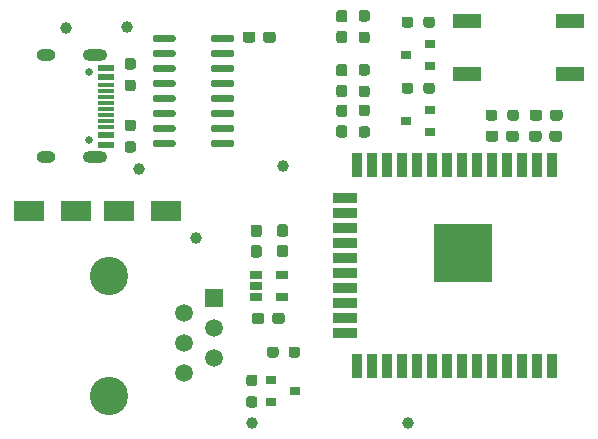
<source format=gts>
%TF.GenerationSoftware,KiCad,Pcbnew,5.1.10-88a1d61d58~90~ubuntu20.04.1*%
%TF.CreationDate,2021-11-06T19:29:54+01:00*%
%TF.ProjectId,e-meter-usb-c,652d6d65-7465-4722-9d75-73622d632e6b,rev?*%
%TF.SameCoordinates,Original*%
%TF.FileFunction,Soldermask,Top*%
%TF.FilePolarity,Negative*%
%FSLAX46Y46*%
G04 Gerber Fmt 4.6, Leading zero omitted, Abs format (unit mm)*
G04 Created by KiCad (PCBNEW 5.1.10-88a1d61d58~90~ubuntu20.04.1) date 2021-11-06 19:29:54*
%MOMM*%
%LPD*%
G01*
G04 APERTURE LIST*
%ADD10R,1.060000X0.650000*%
%ADD11R,0.900000X2.000000*%
%ADD12R,2.000000X0.900000*%
%ADD13R,5.000000X5.000000*%
%ADD14C,1.000000*%
%ADD15R,2.350000X1.300000*%
%ADD16R,0.900000X0.800000*%
%ADD17R,1.450000X0.600000*%
%ADD18R,1.450000X0.300000*%
%ADD19O,2.100000X1.000000*%
%ADD20C,0.650000*%
%ADD21O,1.600000X1.000000*%
%ADD22R,1.520000X1.520000*%
%ADD23C,3.250000*%
%ADD24C,1.520000*%
%ADD25R,2.500000X1.800000*%
G04 APERTURE END LIST*
%TO.C,R11*%
G36*
G01*
X137430500Y-36239000D02*
X137905500Y-36239000D01*
G75*
G02*
X138143000Y-36476500I0J-237500D01*
G01*
X138143000Y-36976500D01*
G75*
G02*
X137905500Y-37214000I-237500J0D01*
G01*
X137430500Y-37214000D01*
G75*
G02*
X137193000Y-36976500I0J237500D01*
G01*
X137193000Y-36476500D01*
G75*
G02*
X137430500Y-36239000I237500J0D01*
G01*
G37*
G36*
G01*
X137430500Y-34414000D02*
X137905500Y-34414000D01*
G75*
G02*
X138143000Y-34651500I0J-237500D01*
G01*
X138143000Y-35151500D01*
G75*
G02*
X137905500Y-35389000I-237500J0D01*
G01*
X137430500Y-35389000D01*
G75*
G02*
X137193000Y-35151500I0J237500D01*
G01*
X137193000Y-34651500D01*
G75*
G02*
X137430500Y-34414000I237500J0D01*
G01*
G37*
%TD*%
%TO.C,R10*%
G36*
G01*
X149777000Y-35543500D02*
X149777000Y-35068500D01*
G75*
G02*
X150014500Y-34831000I237500J0D01*
G01*
X150514500Y-34831000D01*
G75*
G02*
X150752000Y-35068500I0J-237500D01*
G01*
X150752000Y-35543500D01*
G75*
G02*
X150514500Y-35781000I-237500J0D01*
G01*
X150014500Y-35781000D01*
G75*
G02*
X149777000Y-35543500I0J237500D01*
G01*
G37*
G36*
G01*
X147952000Y-35543500D02*
X147952000Y-35068500D01*
G75*
G02*
X148189500Y-34831000I237500J0D01*
G01*
X148689500Y-34831000D01*
G75*
G02*
X148927000Y-35068500I0J-237500D01*
G01*
X148927000Y-35543500D01*
G75*
G02*
X148689500Y-35781000I-237500J0D01*
G01*
X148189500Y-35781000D01*
G75*
G02*
X147952000Y-35543500I0J237500D01*
G01*
G37*
%TD*%
%TO.C,R9*%
G36*
G01*
X117618500Y-37509000D02*
X118093500Y-37509000D01*
G75*
G02*
X118331000Y-37746500I0J-237500D01*
G01*
X118331000Y-38246500D01*
G75*
G02*
X118093500Y-38484000I-237500J0D01*
G01*
X117618500Y-38484000D01*
G75*
G02*
X117381000Y-38246500I0J237500D01*
G01*
X117381000Y-37746500D01*
G75*
G02*
X117618500Y-37509000I237500J0D01*
G01*
G37*
G36*
G01*
X117618500Y-35684000D02*
X118093500Y-35684000D01*
G75*
G02*
X118331000Y-35921500I0J-237500D01*
G01*
X118331000Y-36421500D01*
G75*
G02*
X118093500Y-36659000I-237500J0D01*
G01*
X117618500Y-36659000D01*
G75*
G02*
X117381000Y-36421500I0J237500D01*
G01*
X117381000Y-35921500D01*
G75*
G02*
X117618500Y-35684000I237500J0D01*
G01*
G37*
%TD*%
%TO.C,R8*%
G36*
G01*
X118093500Y-31452000D02*
X117618500Y-31452000D01*
G75*
G02*
X117381000Y-31214500I0J237500D01*
G01*
X117381000Y-30714500D01*
G75*
G02*
X117618500Y-30477000I237500J0D01*
G01*
X118093500Y-30477000D01*
G75*
G02*
X118331000Y-30714500I0J-237500D01*
G01*
X118331000Y-31214500D01*
G75*
G02*
X118093500Y-31452000I-237500J0D01*
G01*
G37*
G36*
G01*
X118093500Y-33277000D02*
X117618500Y-33277000D01*
G75*
G02*
X117381000Y-33039500I0J237500D01*
G01*
X117381000Y-32539500D01*
G75*
G02*
X117618500Y-32302000I237500J0D01*
G01*
X118093500Y-32302000D01*
G75*
G02*
X118331000Y-32539500I0J-237500D01*
G01*
X118331000Y-33039500D01*
G75*
G02*
X118093500Y-33277000I-237500J0D01*
G01*
G37*
%TD*%
%TO.C,R7*%
G36*
G01*
X137430500Y-32810000D02*
X137905500Y-32810000D01*
G75*
G02*
X138143000Y-33047500I0J-237500D01*
G01*
X138143000Y-33547500D01*
G75*
G02*
X137905500Y-33785000I-237500J0D01*
G01*
X137430500Y-33785000D01*
G75*
G02*
X137193000Y-33547500I0J237500D01*
G01*
X137193000Y-33047500D01*
G75*
G02*
X137430500Y-32810000I237500J0D01*
G01*
G37*
G36*
G01*
X137430500Y-30985000D02*
X137905500Y-30985000D01*
G75*
G02*
X138143000Y-31222500I0J-237500D01*
G01*
X138143000Y-31722500D01*
G75*
G02*
X137905500Y-31960000I-237500J0D01*
G01*
X137430500Y-31960000D01*
G75*
G02*
X137193000Y-31722500I0J237500D01*
G01*
X137193000Y-31222500D01*
G75*
G02*
X137430500Y-30985000I237500J0D01*
G01*
G37*
%TD*%
%TO.C,R6*%
G36*
G01*
X141815000Y-32782500D02*
X141815000Y-33257500D01*
G75*
G02*
X141577500Y-33495000I-237500J0D01*
G01*
X141077500Y-33495000D01*
G75*
G02*
X140840000Y-33257500I0J237500D01*
G01*
X140840000Y-32782500D01*
G75*
G02*
X141077500Y-32545000I237500J0D01*
G01*
X141577500Y-32545000D01*
G75*
G02*
X141815000Y-32782500I0J-237500D01*
G01*
G37*
G36*
G01*
X143640000Y-32782500D02*
X143640000Y-33257500D01*
G75*
G02*
X143402500Y-33495000I-237500J0D01*
G01*
X142902500Y-33495000D01*
G75*
G02*
X142665000Y-33257500I0J237500D01*
G01*
X142665000Y-32782500D01*
G75*
G02*
X142902500Y-32545000I237500J0D01*
G01*
X143402500Y-32545000D01*
G75*
G02*
X143640000Y-32782500I0J-237500D01*
G01*
G37*
%TD*%
%TO.C,R5*%
G36*
G01*
X141815000Y-27194500D02*
X141815000Y-27669500D01*
G75*
G02*
X141577500Y-27907000I-237500J0D01*
G01*
X141077500Y-27907000D01*
G75*
G02*
X140840000Y-27669500I0J237500D01*
G01*
X140840000Y-27194500D01*
G75*
G02*
X141077500Y-26957000I237500J0D01*
G01*
X141577500Y-26957000D01*
G75*
G02*
X141815000Y-27194500I0J-237500D01*
G01*
G37*
G36*
G01*
X143640000Y-27194500D02*
X143640000Y-27669500D01*
G75*
G02*
X143402500Y-27907000I-237500J0D01*
G01*
X142902500Y-27907000D01*
G75*
G02*
X142665000Y-27669500I0J237500D01*
G01*
X142665000Y-27194500D01*
G75*
G02*
X142902500Y-26957000I237500J0D01*
G01*
X143402500Y-26957000D01*
G75*
G02*
X143640000Y-27194500I0J-237500D01*
G01*
G37*
%TD*%
%TO.C,R4*%
G36*
G01*
X130408500Y-55134500D02*
X130408500Y-55609500D01*
G75*
G02*
X130171000Y-55847000I-237500J0D01*
G01*
X129671000Y-55847000D01*
G75*
G02*
X129433500Y-55609500I0J237500D01*
G01*
X129433500Y-55134500D01*
G75*
G02*
X129671000Y-54897000I237500J0D01*
G01*
X130171000Y-54897000D01*
G75*
G02*
X130408500Y-55134500I0J-237500D01*
G01*
G37*
G36*
G01*
X132233500Y-55134500D02*
X132233500Y-55609500D01*
G75*
G02*
X131996000Y-55847000I-237500J0D01*
G01*
X131496000Y-55847000D01*
G75*
G02*
X131258500Y-55609500I0J237500D01*
G01*
X131258500Y-55134500D01*
G75*
G02*
X131496000Y-54897000I237500J0D01*
G01*
X131996000Y-54897000D01*
G75*
G02*
X132233500Y-55134500I0J-237500D01*
G01*
G37*
%TD*%
%TO.C,R3*%
G36*
G01*
X137430500Y-28238000D02*
X137905500Y-28238000D01*
G75*
G02*
X138143000Y-28475500I0J-237500D01*
G01*
X138143000Y-28975500D01*
G75*
G02*
X137905500Y-29213000I-237500J0D01*
G01*
X137430500Y-29213000D01*
G75*
G02*
X137193000Y-28975500I0J237500D01*
G01*
X137193000Y-28475500D01*
G75*
G02*
X137430500Y-28238000I237500J0D01*
G01*
G37*
G36*
G01*
X137430500Y-26413000D02*
X137905500Y-26413000D01*
G75*
G02*
X138143000Y-26650500I0J-237500D01*
G01*
X138143000Y-27150500D01*
G75*
G02*
X137905500Y-27388000I-237500J0D01*
G01*
X137430500Y-27388000D01*
G75*
G02*
X137193000Y-27150500I0J237500D01*
G01*
X137193000Y-26650500D01*
G75*
G02*
X137430500Y-26413000I237500J0D01*
G01*
G37*
%TD*%
%TO.C,R2*%
G36*
G01*
X127905500Y-59099000D02*
X128380500Y-59099000D01*
G75*
G02*
X128618000Y-59336500I0J-237500D01*
G01*
X128618000Y-59836500D01*
G75*
G02*
X128380500Y-60074000I-237500J0D01*
G01*
X127905500Y-60074000D01*
G75*
G02*
X127668000Y-59836500I0J237500D01*
G01*
X127668000Y-59336500D01*
G75*
G02*
X127905500Y-59099000I237500J0D01*
G01*
G37*
G36*
G01*
X127905500Y-57274000D02*
X128380500Y-57274000D01*
G75*
G02*
X128618000Y-57511500I0J-237500D01*
G01*
X128618000Y-58011500D01*
G75*
G02*
X128380500Y-58249000I-237500J0D01*
G01*
X127905500Y-58249000D01*
G75*
G02*
X127668000Y-58011500I0J237500D01*
G01*
X127668000Y-57511500D01*
G75*
G02*
X127905500Y-57274000I237500J0D01*
G01*
G37*
%TD*%
%TO.C,D5*%
G36*
G01*
X136000500Y-35464000D02*
X135525500Y-35464000D01*
G75*
G02*
X135288000Y-35226500I0J237500D01*
G01*
X135288000Y-34651500D01*
G75*
G02*
X135525500Y-34414000I237500J0D01*
G01*
X136000500Y-34414000D01*
G75*
G02*
X136238000Y-34651500I0J-237500D01*
G01*
X136238000Y-35226500D01*
G75*
G02*
X136000500Y-35464000I-237500J0D01*
G01*
G37*
G36*
G01*
X136000500Y-37214000D02*
X135525500Y-37214000D01*
G75*
G02*
X135288000Y-36976500I0J237500D01*
G01*
X135288000Y-36401500D01*
G75*
G02*
X135525500Y-36164000I237500J0D01*
G01*
X136000500Y-36164000D01*
G75*
G02*
X136238000Y-36401500I0J-237500D01*
G01*
X136238000Y-36976500D01*
G75*
G02*
X136000500Y-37214000I-237500J0D01*
G01*
G37*
%TD*%
%TO.C,D4*%
G36*
G01*
X136000500Y-32035000D02*
X135525500Y-32035000D01*
G75*
G02*
X135288000Y-31797500I0J237500D01*
G01*
X135288000Y-31222500D01*
G75*
G02*
X135525500Y-30985000I237500J0D01*
G01*
X136000500Y-30985000D01*
G75*
G02*
X136238000Y-31222500I0J-237500D01*
G01*
X136238000Y-31797500D01*
G75*
G02*
X136000500Y-32035000I-237500J0D01*
G01*
G37*
G36*
G01*
X136000500Y-33785000D02*
X135525500Y-33785000D01*
G75*
G02*
X135288000Y-33547500I0J237500D01*
G01*
X135288000Y-32972500D01*
G75*
G02*
X135525500Y-32735000I237500J0D01*
G01*
X136000500Y-32735000D01*
G75*
G02*
X136238000Y-32972500I0J-237500D01*
G01*
X136238000Y-33547500D01*
G75*
G02*
X136000500Y-33785000I-237500J0D01*
G01*
G37*
%TD*%
%TO.C,D3*%
G36*
G01*
X136000500Y-27463000D02*
X135525500Y-27463000D01*
G75*
G02*
X135288000Y-27225500I0J237500D01*
G01*
X135288000Y-26650500D01*
G75*
G02*
X135525500Y-26413000I237500J0D01*
G01*
X136000500Y-26413000D01*
G75*
G02*
X136238000Y-26650500I0J-237500D01*
G01*
X136238000Y-27225500D01*
G75*
G02*
X136000500Y-27463000I-237500J0D01*
G01*
G37*
G36*
G01*
X136000500Y-29213000D02*
X135525500Y-29213000D01*
G75*
G02*
X135288000Y-28975500I0J237500D01*
G01*
X135288000Y-28400500D01*
G75*
G02*
X135525500Y-28163000I237500J0D01*
G01*
X136000500Y-28163000D01*
G75*
G02*
X136238000Y-28400500I0J-237500D01*
G01*
X136238000Y-28975500D01*
G75*
G02*
X136000500Y-29213000I-237500J0D01*
G01*
G37*
%TD*%
%TO.C,U4*%
G36*
G01*
X124690000Y-28979000D02*
X124690000Y-28679000D01*
G75*
G02*
X124840000Y-28529000I150000J0D01*
G01*
X126490000Y-28529000D01*
G75*
G02*
X126640000Y-28679000I0J-150000D01*
G01*
X126640000Y-28979000D01*
G75*
G02*
X126490000Y-29129000I-150000J0D01*
G01*
X124840000Y-29129000D01*
G75*
G02*
X124690000Y-28979000I0J150000D01*
G01*
G37*
G36*
G01*
X124690000Y-30249000D02*
X124690000Y-29949000D01*
G75*
G02*
X124840000Y-29799000I150000J0D01*
G01*
X126490000Y-29799000D01*
G75*
G02*
X126640000Y-29949000I0J-150000D01*
G01*
X126640000Y-30249000D01*
G75*
G02*
X126490000Y-30399000I-150000J0D01*
G01*
X124840000Y-30399000D01*
G75*
G02*
X124690000Y-30249000I0J150000D01*
G01*
G37*
G36*
G01*
X124690000Y-31519000D02*
X124690000Y-31219000D01*
G75*
G02*
X124840000Y-31069000I150000J0D01*
G01*
X126490000Y-31069000D01*
G75*
G02*
X126640000Y-31219000I0J-150000D01*
G01*
X126640000Y-31519000D01*
G75*
G02*
X126490000Y-31669000I-150000J0D01*
G01*
X124840000Y-31669000D01*
G75*
G02*
X124690000Y-31519000I0J150000D01*
G01*
G37*
G36*
G01*
X124690000Y-32789000D02*
X124690000Y-32489000D01*
G75*
G02*
X124840000Y-32339000I150000J0D01*
G01*
X126490000Y-32339000D01*
G75*
G02*
X126640000Y-32489000I0J-150000D01*
G01*
X126640000Y-32789000D01*
G75*
G02*
X126490000Y-32939000I-150000J0D01*
G01*
X124840000Y-32939000D01*
G75*
G02*
X124690000Y-32789000I0J150000D01*
G01*
G37*
G36*
G01*
X124690000Y-34059000D02*
X124690000Y-33759000D01*
G75*
G02*
X124840000Y-33609000I150000J0D01*
G01*
X126490000Y-33609000D01*
G75*
G02*
X126640000Y-33759000I0J-150000D01*
G01*
X126640000Y-34059000D01*
G75*
G02*
X126490000Y-34209000I-150000J0D01*
G01*
X124840000Y-34209000D01*
G75*
G02*
X124690000Y-34059000I0J150000D01*
G01*
G37*
G36*
G01*
X124690000Y-35329000D02*
X124690000Y-35029000D01*
G75*
G02*
X124840000Y-34879000I150000J0D01*
G01*
X126490000Y-34879000D01*
G75*
G02*
X126640000Y-35029000I0J-150000D01*
G01*
X126640000Y-35329000D01*
G75*
G02*
X126490000Y-35479000I-150000J0D01*
G01*
X124840000Y-35479000D01*
G75*
G02*
X124690000Y-35329000I0J150000D01*
G01*
G37*
G36*
G01*
X124690000Y-36599000D02*
X124690000Y-36299000D01*
G75*
G02*
X124840000Y-36149000I150000J0D01*
G01*
X126490000Y-36149000D01*
G75*
G02*
X126640000Y-36299000I0J-150000D01*
G01*
X126640000Y-36599000D01*
G75*
G02*
X126490000Y-36749000I-150000J0D01*
G01*
X124840000Y-36749000D01*
G75*
G02*
X124690000Y-36599000I0J150000D01*
G01*
G37*
G36*
G01*
X124690000Y-37869000D02*
X124690000Y-37569000D01*
G75*
G02*
X124840000Y-37419000I150000J0D01*
G01*
X126490000Y-37419000D01*
G75*
G02*
X126640000Y-37569000I0J-150000D01*
G01*
X126640000Y-37869000D01*
G75*
G02*
X126490000Y-38019000I-150000J0D01*
G01*
X124840000Y-38019000D01*
G75*
G02*
X124690000Y-37869000I0J150000D01*
G01*
G37*
G36*
G01*
X119740000Y-37869000D02*
X119740000Y-37569000D01*
G75*
G02*
X119890000Y-37419000I150000J0D01*
G01*
X121540000Y-37419000D01*
G75*
G02*
X121690000Y-37569000I0J-150000D01*
G01*
X121690000Y-37869000D01*
G75*
G02*
X121540000Y-38019000I-150000J0D01*
G01*
X119890000Y-38019000D01*
G75*
G02*
X119740000Y-37869000I0J150000D01*
G01*
G37*
G36*
G01*
X119740000Y-36599000D02*
X119740000Y-36299000D01*
G75*
G02*
X119890000Y-36149000I150000J0D01*
G01*
X121540000Y-36149000D01*
G75*
G02*
X121690000Y-36299000I0J-150000D01*
G01*
X121690000Y-36599000D01*
G75*
G02*
X121540000Y-36749000I-150000J0D01*
G01*
X119890000Y-36749000D01*
G75*
G02*
X119740000Y-36599000I0J150000D01*
G01*
G37*
G36*
G01*
X119740000Y-35329000D02*
X119740000Y-35029000D01*
G75*
G02*
X119890000Y-34879000I150000J0D01*
G01*
X121540000Y-34879000D01*
G75*
G02*
X121690000Y-35029000I0J-150000D01*
G01*
X121690000Y-35329000D01*
G75*
G02*
X121540000Y-35479000I-150000J0D01*
G01*
X119890000Y-35479000D01*
G75*
G02*
X119740000Y-35329000I0J150000D01*
G01*
G37*
G36*
G01*
X119740000Y-34059000D02*
X119740000Y-33759000D01*
G75*
G02*
X119890000Y-33609000I150000J0D01*
G01*
X121540000Y-33609000D01*
G75*
G02*
X121690000Y-33759000I0J-150000D01*
G01*
X121690000Y-34059000D01*
G75*
G02*
X121540000Y-34209000I-150000J0D01*
G01*
X119890000Y-34209000D01*
G75*
G02*
X119740000Y-34059000I0J150000D01*
G01*
G37*
G36*
G01*
X119740000Y-32789000D02*
X119740000Y-32489000D01*
G75*
G02*
X119890000Y-32339000I150000J0D01*
G01*
X121540000Y-32339000D01*
G75*
G02*
X121690000Y-32489000I0J-150000D01*
G01*
X121690000Y-32789000D01*
G75*
G02*
X121540000Y-32939000I-150000J0D01*
G01*
X119890000Y-32939000D01*
G75*
G02*
X119740000Y-32789000I0J150000D01*
G01*
G37*
G36*
G01*
X119740000Y-31519000D02*
X119740000Y-31219000D01*
G75*
G02*
X119890000Y-31069000I150000J0D01*
G01*
X121540000Y-31069000D01*
G75*
G02*
X121690000Y-31219000I0J-150000D01*
G01*
X121690000Y-31519000D01*
G75*
G02*
X121540000Y-31669000I-150000J0D01*
G01*
X119890000Y-31669000D01*
G75*
G02*
X119740000Y-31519000I0J150000D01*
G01*
G37*
G36*
G01*
X119740000Y-30249000D02*
X119740000Y-29949000D01*
G75*
G02*
X119890000Y-29799000I150000J0D01*
G01*
X121540000Y-29799000D01*
G75*
G02*
X121690000Y-29949000I0J-150000D01*
G01*
X121690000Y-30249000D01*
G75*
G02*
X121540000Y-30399000I-150000J0D01*
G01*
X119890000Y-30399000D01*
G75*
G02*
X119740000Y-30249000I0J150000D01*
G01*
G37*
G36*
G01*
X119740000Y-28979000D02*
X119740000Y-28679000D01*
G75*
G02*
X119890000Y-28529000I150000J0D01*
G01*
X121540000Y-28529000D01*
G75*
G02*
X121690000Y-28679000I0J-150000D01*
G01*
X121690000Y-28979000D01*
G75*
G02*
X121540000Y-29129000I-150000J0D01*
G01*
X119890000Y-29129000D01*
G75*
G02*
X119740000Y-28979000I0J150000D01*
G01*
G37*
%TD*%
D10*
%TO.C,U1*%
X130703500Y-48834000D03*
X130703500Y-50734000D03*
X128503500Y-50734000D03*
X128503500Y-49784000D03*
X128503500Y-48834000D03*
%TD*%
D11*
%TO.C,U2*%
X153543000Y-56506000D03*
X152273000Y-56506000D03*
X151003000Y-56506000D03*
X149733000Y-56506000D03*
X148463000Y-56506000D03*
X147193000Y-56506000D03*
X145923000Y-56506000D03*
X144653000Y-56506000D03*
X143383000Y-56506000D03*
X142113000Y-56506000D03*
X140843000Y-56506000D03*
X139573000Y-56506000D03*
X138303000Y-56506000D03*
X137033000Y-56506000D03*
D12*
X136033000Y-53721000D03*
X136033000Y-52451000D03*
X136033000Y-51181000D03*
X136033000Y-49911000D03*
X136033000Y-48641000D03*
X136033000Y-47371000D03*
X136033000Y-46101000D03*
X136033000Y-44831000D03*
X136033000Y-43561000D03*
X136033000Y-42291000D03*
D11*
X137033000Y-39506000D03*
X138303000Y-39506000D03*
X139573000Y-39506000D03*
X140843000Y-39506000D03*
X142113000Y-39506000D03*
X143383000Y-39506000D03*
X144653000Y-39506000D03*
X145923000Y-39506000D03*
X147193000Y-39506000D03*
X148463000Y-39506000D03*
X149733000Y-39506000D03*
X151003000Y-39506000D03*
X152273000Y-39506000D03*
X153543000Y-39506000D03*
D13*
X146043000Y-47006000D03*
%TD*%
D14*
%TO.C,TP7*%
X141351000Y-61341000D03*
%TD*%
%TO.C,TP6*%
X128143000Y-61341000D03*
%TD*%
%TO.C,TP5*%
X130810000Y-39624000D03*
%TD*%
%TO.C,TP4*%
X112395000Y-27940000D03*
%TD*%
%TO.C,TP3*%
X123444000Y-45720000D03*
%TD*%
%TO.C,TP2*%
X118618000Y-39878000D03*
%TD*%
%TO.C,TP1*%
X117602000Y-27813000D03*
%TD*%
D15*
%TO.C,SW1*%
X146374000Y-31841000D03*
X146374000Y-27341000D03*
X155124000Y-27341000D03*
X155124000Y-31841000D03*
%TD*%
D16*
%TO.C,Q4*%
X141240000Y-35814000D03*
X143240000Y-34864000D03*
X143240000Y-36764000D03*
%TD*%
%TO.C,Q3*%
X141240000Y-30226000D03*
X143240000Y-29276000D03*
X143240000Y-31176000D03*
%TD*%
%TO.C,Q1*%
X131810000Y-58674000D03*
X129810000Y-59624000D03*
X129810000Y-57724000D03*
%TD*%
D17*
%TO.C,J2*%
X115805000Y-37794000D03*
X115805000Y-36994000D03*
X115805000Y-32094000D03*
X115805000Y-31294000D03*
X115805000Y-31294000D03*
X115805000Y-32094000D03*
X115805000Y-36994000D03*
X115805000Y-37794000D03*
D18*
X115805000Y-32794000D03*
X115805000Y-33294000D03*
X115805000Y-33794000D03*
X115805000Y-34794000D03*
X115805000Y-35294000D03*
X115805000Y-35794000D03*
X115805000Y-36294000D03*
X115805000Y-34294000D03*
D19*
X114890000Y-38864000D03*
X114890000Y-30224000D03*
D20*
X114360000Y-31654000D03*
D21*
X110710000Y-30224000D03*
D20*
X114360000Y-37434000D03*
D21*
X110710000Y-38864000D03*
%TD*%
D22*
%TO.C,J1*%
X124968000Y-50800000D03*
D23*
X116078000Y-48890000D03*
D24*
X122428000Y-52070000D03*
X124968000Y-53340000D03*
X122428000Y-54610000D03*
X124968000Y-55880000D03*
X122428000Y-57150000D03*
D23*
X116078000Y-59050000D03*
%TD*%
D25*
%TO.C,D2*%
X109284000Y-43434000D03*
X113284000Y-43434000D03*
%TD*%
%TO.C,D1*%
X116872000Y-43434000D03*
X120872000Y-43434000D03*
%TD*%
%TO.C,C7*%
G36*
G01*
X149027000Y-36846500D02*
X149027000Y-37321500D01*
G75*
G02*
X148789500Y-37559000I-237500J0D01*
G01*
X148189500Y-37559000D01*
G75*
G02*
X147952000Y-37321500I0J237500D01*
G01*
X147952000Y-36846500D01*
G75*
G02*
X148189500Y-36609000I237500J0D01*
G01*
X148789500Y-36609000D01*
G75*
G02*
X149027000Y-36846500I0J-237500D01*
G01*
G37*
G36*
G01*
X150752000Y-36846500D02*
X150752000Y-37321500D01*
G75*
G02*
X150514500Y-37559000I-237500J0D01*
G01*
X149914500Y-37559000D01*
G75*
G02*
X149677000Y-37321500I0J237500D01*
G01*
X149677000Y-36846500D01*
G75*
G02*
X149914500Y-36609000I237500J0D01*
G01*
X150514500Y-36609000D01*
G75*
G02*
X150752000Y-36846500I0J-237500D01*
G01*
G37*
%TD*%
%TO.C,C6*%
G36*
G01*
X128453000Y-28464500D02*
X128453000Y-28939500D01*
G75*
G02*
X128215500Y-29177000I-237500J0D01*
G01*
X127615500Y-29177000D01*
G75*
G02*
X127378000Y-28939500I0J237500D01*
G01*
X127378000Y-28464500D01*
G75*
G02*
X127615500Y-28227000I237500J0D01*
G01*
X128215500Y-28227000D01*
G75*
G02*
X128453000Y-28464500I0J-237500D01*
G01*
G37*
G36*
G01*
X130178000Y-28464500D02*
X130178000Y-28939500D01*
G75*
G02*
X129940500Y-29177000I-237500J0D01*
G01*
X129340500Y-29177000D01*
G75*
G02*
X129103000Y-28939500I0J237500D01*
G01*
X129103000Y-28464500D01*
G75*
G02*
X129340500Y-28227000I237500J0D01*
G01*
X129940500Y-28227000D01*
G75*
G02*
X130178000Y-28464500I0J-237500D01*
G01*
G37*
%TD*%
%TO.C,C5*%
G36*
G01*
X153386500Y-35543500D02*
X153386500Y-35068500D01*
G75*
G02*
X153624000Y-34831000I237500J0D01*
G01*
X154224000Y-34831000D01*
G75*
G02*
X154461500Y-35068500I0J-237500D01*
G01*
X154461500Y-35543500D01*
G75*
G02*
X154224000Y-35781000I-237500J0D01*
G01*
X153624000Y-35781000D01*
G75*
G02*
X153386500Y-35543500I0J237500D01*
G01*
G37*
G36*
G01*
X151661500Y-35543500D02*
X151661500Y-35068500D01*
G75*
G02*
X151899000Y-34831000I237500J0D01*
G01*
X152499000Y-34831000D01*
G75*
G02*
X152736500Y-35068500I0J-237500D01*
G01*
X152736500Y-35543500D01*
G75*
G02*
X152499000Y-35781000I-237500J0D01*
G01*
X151899000Y-35781000D01*
G75*
G02*
X151661500Y-35543500I0J237500D01*
G01*
G37*
%TD*%
%TO.C,C4*%
G36*
G01*
X153333500Y-37321500D02*
X153333500Y-36846500D01*
G75*
G02*
X153571000Y-36609000I237500J0D01*
G01*
X154171000Y-36609000D01*
G75*
G02*
X154408500Y-36846500I0J-237500D01*
G01*
X154408500Y-37321500D01*
G75*
G02*
X154171000Y-37559000I-237500J0D01*
G01*
X153571000Y-37559000D01*
G75*
G02*
X153333500Y-37321500I0J237500D01*
G01*
G37*
G36*
G01*
X151608500Y-37321500D02*
X151608500Y-36846500D01*
G75*
G02*
X151846000Y-36609000I237500J0D01*
G01*
X152446000Y-36609000D01*
G75*
G02*
X152683500Y-36846500I0J-237500D01*
G01*
X152683500Y-37321500D01*
G75*
G02*
X152446000Y-37559000I-237500J0D01*
G01*
X151846000Y-37559000D01*
G75*
G02*
X151608500Y-37321500I0J237500D01*
G01*
G37*
%TD*%
%TO.C,C3*%
G36*
G01*
X130984000Y-45622500D02*
X130509000Y-45622500D01*
G75*
G02*
X130271500Y-45385000I0J237500D01*
G01*
X130271500Y-44785000D01*
G75*
G02*
X130509000Y-44547500I237500J0D01*
G01*
X130984000Y-44547500D01*
G75*
G02*
X131221500Y-44785000I0J-237500D01*
G01*
X131221500Y-45385000D01*
G75*
G02*
X130984000Y-45622500I-237500J0D01*
G01*
G37*
G36*
G01*
X130984000Y-47347500D02*
X130509000Y-47347500D01*
G75*
G02*
X130271500Y-47110000I0J237500D01*
G01*
X130271500Y-46510000D01*
G75*
G02*
X130509000Y-46272500I237500J0D01*
G01*
X130984000Y-46272500D01*
G75*
G02*
X131221500Y-46510000I0J-237500D01*
G01*
X131221500Y-47110000D01*
G75*
G02*
X130984000Y-47347500I-237500J0D01*
G01*
G37*
%TD*%
%TO.C,C2*%
G36*
G01*
X129215000Y-52277000D02*
X129215000Y-52752000D01*
G75*
G02*
X128977500Y-52989500I-237500J0D01*
G01*
X128377500Y-52989500D01*
G75*
G02*
X128140000Y-52752000I0J237500D01*
G01*
X128140000Y-52277000D01*
G75*
G02*
X128377500Y-52039500I237500J0D01*
G01*
X128977500Y-52039500D01*
G75*
G02*
X129215000Y-52277000I0J-237500D01*
G01*
G37*
G36*
G01*
X130940000Y-52277000D02*
X130940000Y-52752000D01*
G75*
G02*
X130702500Y-52989500I-237500J0D01*
G01*
X130102500Y-52989500D01*
G75*
G02*
X129865000Y-52752000I0J237500D01*
G01*
X129865000Y-52277000D01*
G75*
G02*
X130102500Y-52039500I237500J0D01*
G01*
X130702500Y-52039500D01*
G75*
G02*
X130940000Y-52277000I0J-237500D01*
G01*
G37*
%TD*%
%TO.C,C1*%
G36*
G01*
X128761500Y-45649000D02*
X128286500Y-45649000D01*
G75*
G02*
X128049000Y-45411500I0J237500D01*
G01*
X128049000Y-44811500D01*
G75*
G02*
X128286500Y-44574000I237500J0D01*
G01*
X128761500Y-44574000D01*
G75*
G02*
X128999000Y-44811500I0J-237500D01*
G01*
X128999000Y-45411500D01*
G75*
G02*
X128761500Y-45649000I-237500J0D01*
G01*
G37*
G36*
G01*
X128761500Y-47374000D02*
X128286500Y-47374000D01*
G75*
G02*
X128049000Y-47136500I0J237500D01*
G01*
X128049000Y-46536500D01*
G75*
G02*
X128286500Y-46299000I237500J0D01*
G01*
X128761500Y-46299000D01*
G75*
G02*
X128999000Y-46536500I0J-237500D01*
G01*
X128999000Y-47136500D01*
G75*
G02*
X128761500Y-47374000I-237500J0D01*
G01*
G37*
%TD*%
M02*

</source>
